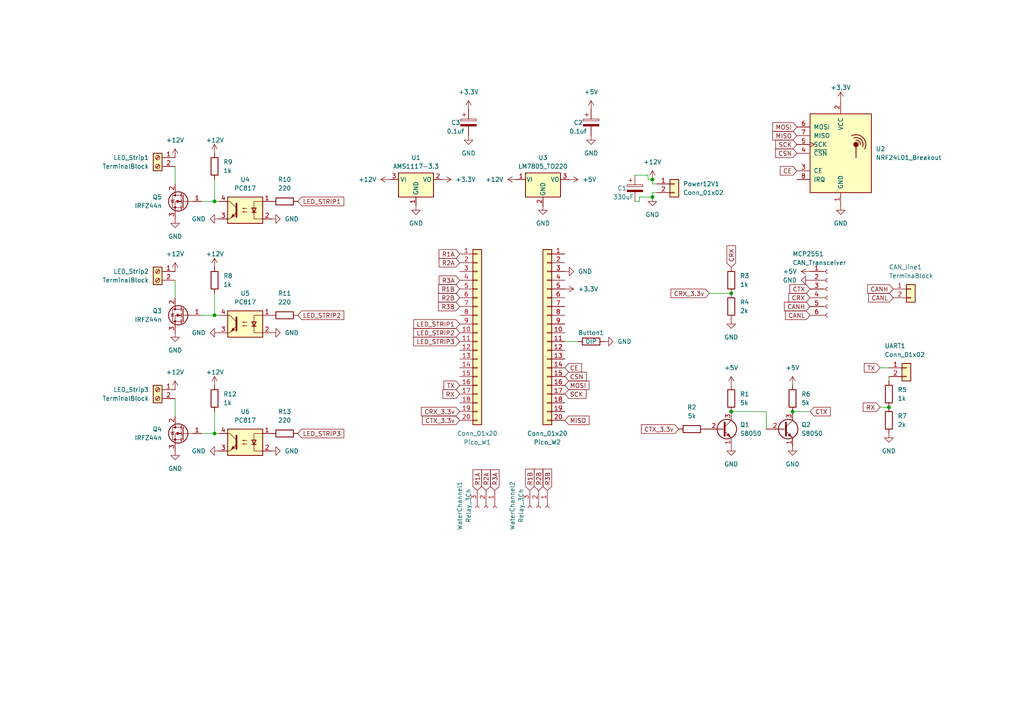
<source format=kicad_sch>
(kicad_sch (version 20230121) (generator eeschema)
  (paper "A4")
  (lib_symbols
    (symbol "Connector:Conn_01x03_Socket" (pin_names (offset 1.016) hide)
      (property "Reference" "J" (at 0 5.08 0))
      (property "Value" "Conn_01x03_Socket" (at 0 -5.08 0))
      (symbol "Conn_01x03_Socket_1_1"
        (arc (start 0 -2.032) (mid -0.5058 -2.54) (end 0 -3.048) (stroke (width 0.1524)))
        (polyline (pts (xy -1.27 -2.54) (xy -0.508 -2.54)) (stroke (width 0.1524)))
        (polyline (pts (xy -1.27 0) (xy -0.508 0)) (stroke (width 0.1524)))
        (polyline (pts (xy -1.27 2.54) (xy -0.508 2.54)) (stroke (width 0.1524)))
        (arc (start 0 0.508) (mid -0.5058 0) (end 0 -0.508) (stroke (width 0.1524)))
        (arc (start 0 3.048) (mid -0.5058 2.54) (end 0 2.032) (stroke (width 0.1524)))
        (pin passive line (at -5.08 2.54 0) (length 3.81) (name "Pin_1") (number "1"))
        (pin passive line (at -5.08 0 0) (length 3.81) (name "Pin_2") (number "2"))
        (pin passive line (at -5.08 -2.54 0) (length 3.81) (name "Pin_3") (number "3"))
      )
    )
    (symbol "Connector:Conn_01x06_Socket" (pin_names (offset 1.016) hide)
      (property "Reference" "J" (at 0 7.62 0))
      (property "Value" "Conn_01x06_Socket" (at 0 -10.16 0))
      (symbol "Conn_01x06_Socket_1_1"
        (arc (start 0 -7.112) (mid -0.5058 -7.62) (end 0 -8.128) (stroke (width 0.1524)))
        (arc (start 0 -4.572) (mid -0.5058 -5.08) (end 0 -5.588) (stroke (width 0.1524)))
        (arc (start 0 -2.032) (mid -0.5058 -2.54) (end 0 -3.048) (stroke (width 0.1524)))
        (polyline (pts (xy -1.27 -7.62) (xy -0.508 -7.62)) (stroke (width 0.1524)))
        (polyline (pts (xy -1.27 -5.08) (xy -0.508 -5.08)) (stroke (width 0.1524)))
        (polyline (pts (xy -1.27 -2.54) (xy -0.508 -2.54)) (stroke (width 0.1524)))
        (polyline (pts (xy -1.27 0) (xy -0.508 0)) (stroke (width 0.1524)))
        (polyline (pts (xy -1.27 2.54) (xy -0.508 2.54)) (stroke (width 0.1524)))
        (polyline (pts (xy -1.27 5.08) (xy -0.508 5.08)) (stroke (width 0.1524)))
        (arc (start 0 0.508) (mid -0.5058 0) (end 0 -0.508) (stroke (width 0.1524)))
        (arc (start 0 3.048) (mid -0.5058 2.54) (end 0 2.032) (stroke (width 0.1524)))
        (arc (start 0 5.588) (mid -0.5058 5.08) (end 0 4.572) (stroke (width 0.1524)))
        (pin passive line (at -5.08 5.08 0) (length 3.81) (name "Pin_1") (number "1"))
        (pin passive line (at -5.08 2.54 0) (length 3.81) (name "Pin_2") (number "2"))
        (pin passive line (at -5.08 0 0) (length 3.81) (name "Pin_3") (number "3"))
        (pin passive line (at -5.08 -2.54 0) (length 3.81) (name "Pin_4") (number "4"))
        (pin passive line (at -5.08 -5.08 0) (length 3.81) (name "Pin_5") (number "5"))
        (pin passive line (at -5.08 -7.62 0) (length 3.81) (name "Pin_6") (number "6"))
      )
    )
    (symbol "Connector:Screw_Terminal_01x02" (pin_names (offset 1.016) hide)
      (property "Reference" "J" (at 0 2.54 0))
      (property "Value" "Screw_Terminal_01x02" (at 0 -5.08 0))
      (symbol "Screw_Terminal_01x02_1_1"
        (rectangle (start -1.27 1.27) (end 1.27 -3.81) (stroke (width 0.254)) (fill (type background)))
        (circle (center 0 -2.54) (radius 0.635) (stroke (width 0.1524)))
        (polyline (pts (xy -0.5334 -2.2098) (xy 0.3302 -3.048)) (stroke (width 0.1524)))
        (polyline (pts (xy -0.5334 0.3302) (xy 0.3302 -0.508)) (stroke (width 0.1524)))
        (polyline (pts (xy -0.3556 -2.032) (xy 0.508 -2.8702)) (stroke (width 0.1524)))
        (polyline (pts (xy -0.3556 0.508) (xy 0.508 -0.3302)) (stroke (width 0.1524)))
        (circle (center 0 0) (radius 0.635) (stroke (width 0.1524)))
        (pin passive line (at -5.08 0 0) (length 3.81) (name "Pin_1") (number "1"))
        (pin passive line (at -5.08 -2.54 0) (length 3.81) (name "Pin_2") (number "2"))
      )
    )
    (symbol "Connector_Generic:Conn_01x02" (pin_names (offset 1.016) hide)
      (property "Reference" "J" (at 0 2.54 0))
      (property "Value" "Conn_01x02" (at 0 -5.08 0))
      (symbol "Conn_01x02_1_1"
        (rectangle (start -1.27 -2.413) (end 0 -2.667) (stroke (width 0.1524)))
        (rectangle (start -1.27 0.127) (end 0 -0.127) (stroke (width 0.1524)))
        (rectangle (start -1.27 1.27) (end 1.27 -3.81) (stroke (width 0.254)) (fill (type background)))
        (pin passive line (at -5.08 0 0) (length 3.81) (name "Pin_1") (number "1"))
        (pin passive line (at -5.08 -2.54 0) (length 3.81) (name "Pin_2") (number "2"))
      )
    )
    (symbol "Connector_Generic:Conn_01x20" (pin_names (offset 1.016) hide)
      (property "Reference" "J" (at 0 25.4 0))
      (property "Value" "Conn_01x20" (at 0 -27.94 0))
      (symbol "Conn_01x20_1_1"
        (rectangle (start -1.27 -25.273) (end 0 -25.527) (stroke (width 0.1524)))
        (rectangle (start -1.27 -22.733) (end 0 -22.987) (stroke (width 0.1524)))
        (rectangle (start -1.27 -20.193) (end 0 -20.447) (stroke (width 0.1524)))
        (rectangle (start -1.27 -17.653) (end 0 -17.907) (stroke (width 0.1524)))
        (rectangle (start -1.27 -15.113) (end 0 -15.367) (stroke (width 0.1524)))
        (rectangle (start -1.27 -12.573) (end 0 -12.827) (stroke (width 0.1524)))
        (rectangle (start -1.27 -10.033) (end 0 -10.287) (stroke (width 0.1524)))
        (rectangle (start -1.27 -7.493) (end 0 -7.747) (stroke (width 0.1524)))
        (rectangle (start -1.27 -4.953) (end 0 -5.207) (stroke (width 0.1524)))
        (rectangle (start -1.27 -2.413) (end 0 -2.667) (stroke (width 0.1524)))
        (rectangle (start -1.27 0.127) (end 0 -0.127) (stroke (width 0.1524)))
        (rectangle (start -1.27 2.667) (end 0 2.413) (stroke (width 0.1524)))
        (rectangle (start -1.27 5.207) (end 0 4.953) (stroke (width 0.1524)))
        (rectangle (start -1.27 7.747) (end 0 7.493) (stroke (width 0.1524)))
        (rectangle (start -1.27 10.287) (end 0 10.033) (stroke (width 0.1524)))
        (rectangle (start -1.27 12.827) (end 0 12.573) (stroke (width 0.1524)))
        (rectangle (start -1.27 15.367) (end 0 15.113) (stroke (width 0.1524)))
        (rectangle (start -1.27 17.907) (end 0 17.653) (stroke (width 0.1524)))
        (rectangle (start -1.27 20.447) (end 0 20.193) (stroke (width 0.1524)))
        (rectangle (start -1.27 22.987) (end 0 22.733) (stroke (width 0.1524)))
        (rectangle (start -1.27 24.13) (end 1.27 -26.67) (stroke (width 0.254)) (fill (type background)))
        (pin passive line (at -5.08 22.86 0) (length 3.81) (name "Pin_1") (number "1"))
        (pin passive line (at -5.08 0 0) (length 3.81) (name "Pin_10") (number "10"))
        (pin passive line (at -5.08 -2.54 0) (length 3.81) (name "Pin_11") (number "11"))
        (pin passive line (at -5.08 -5.08 0) (length 3.81) (name "Pin_12") (number "12"))
        (pin passive line (at -5.08 -7.62 0) (length 3.81) (name "Pin_13") (number "13"))
        (pin passive line (at -5.08 -10.16 0) (length 3.81) (name "Pin_14") (number "14"))
        (pin passive line (at -5.08 -12.7 0) (length 3.81) (name "Pin_15") (number "15"))
        (pin passive line (at -5.08 -15.24 0) (length 3.81) (name "Pin_16") (number "16"))
        (pin passive line (at -5.08 -17.78 0) (length 3.81) (name "Pin_17") (number "17"))
        (pin passive line (at -5.08 -20.32 0) (length 3.81) (name "Pin_18") (number "18"))
        (pin passive line (at -5.08 -22.86 0) (length 3.81) (name "Pin_19") (number "19"))
        (pin passive line (at -5.08 20.32 0) (length 3.81) (name "Pin_2") (number "2"))
        (pin passive line (at -5.08 -25.4 0) (length 3.81) (name "Pin_20") (number "20"))
        (pin passive line (at -5.08 17.78 0) (length 3.81) (name "Pin_3") (number "3"))
        (pin passive line (at -5.08 15.24 0) (length 3.81) (name "Pin_4") (number "4"))
        (pin passive line (at -5.08 12.7 0) (length 3.81) (name "Pin_5") (number "5"))
        (pin passive line (at -5.08 10.16 0) (length 3.81) (name "Pin_6") (number "6"))
        (pin passive line (at -5.08 7.62 0) (length 3.81) (name "Pin_7") (number "7"))
        (pin passive line (at -5.08 5.08 0) (length 3.81) (name "Pin_8") (number "8"))
        (pin passive line (at -5.08 2.54 0) (length 3.81) (name "Pin_9") (number "9"))
      )
    )
    (symbol "Device:C_Polarized" (pin_numbers hide) (pin_names (offset 0.254))
      (property "Reference" "C" (at 0.635 2.54 0))
      (property "Value" "C_Polarized" (at 0.635 -2.54 0))
      (symbol "C_Polarized_0_1"
        (rectangle (start -2.286 0.508) (end 2.286 1.016))
        (polyline (pts (xy -1.778 2.286) (xy -0.762 2.286)))
        (polyline (pts (xy -1.27 2.794) (xy -1.27 1.778)))
        (rectangle (start 2.286 -0.508) (end -2.286 -1.016) (fill (type outline)))
      )
      (symbol "C_Polarized_1_1"
        (pin passive line (at 0 3.81 270) (length 2.794) (name "~") (number "1"))
        (pin passive line (at 0 -3.81 90) (length 2.794) (name "~") (number "2"))
      )
    )
    (symbol "Device:R" (pin_numbers hide) (pin_names (offset 0))
      (property "Reference" "R" (at 2.032 0 90))
      (property "Value" "R" (at 0 0 90))
      (symbol "R_0_1"
        (rectangle (start -1.016 -2.54) (end 1.016 2.54) (stroke (width 0.254)))
      )
      (symbol "R_1_1"
        (pin passive line (at 0 3.81 270) (length 1.27) (name "~") (number "1"))
        (pin passive line (at 0 -3.81 90) (length 1.27) (name "~") (number "2"))
      )
    )
    (symbol "Isolator:PC817" (pin_names (offset 1.016))
      (property "Reference" "U" (at -5.08 5.08 0))
      (property "Value" "PC817" (at 0 5.08 0))
      (symbol "PC817_0_1"
        (rectangle (start -5.08 3.81) (end 5.08 -3.81) (stroke (width 0.254)) (fill (type background)))
        (polyline (pts (xy -3.175 -0.635) (xy -1.905 -0.635)) (stroke (width 0.254)))
        (polyline (pts (xy 2.54 0.635) (xy 4.445 2.54)))
        (polyline (pts (xy 4.445 -2.54) (xy 2.54 -0.635)) (fill (type outline)))
        (polyline (pts (xy 4.445 -2.54) (xy 5.08 -2.54)))
        (polyline (pts (xy 4.445 2.54) (xy 5.08 2.54)))
        (polyline (pts (xy -5.08 2.54) (xy -2.54 2.54) (xy -2.54 -0.635)))
        (polyline (pts (xy -2.54 -0.635) (xy -2.54 -2.54) (xy -5.08 -2.54)))
        (polyline (pts (xy 2.54 1.905) (xy 2.54 -1.905) (xy 2.54 -1.905)) (stroke (width 0.508)))
        (polyline (pts (xy -2.54 -0.635) (xy -3.175 0.635) (xy -1.905 0.635) (xy -2.54 -0.635)) (stroke (width 0.254)))
        (polyline (pts (xy -0.508 -0.508) (xy 0.762 -0.508) (xy 0.381 -0.635) (xy 0.381 -0.381) (xy 0.762 -0.508)))
        (polyline (pts (xy -0.508 0.508) (xy 0.762 0.508) (xy 0.381 0.381) (xy 0.381 0.635) (xy 0.762 0.508)))
        (polyline (pts (xy 3.048 -1.651) (xy 3.556 -1.143) (xy 4.064 -2.159) (xy 3.048 -1.651) (xy 3.048 -1.651)) (fill (type outline)))
      )
      (symbol "PC817_1_1"
        (pin passive line (at -7.62 2.54 0) (length 2.54) (name "~") (number "1"))
        (pin passive line (at -7.62 -2.54 0) (length 2.54) (name "~") (number "2"))
        (pin passive line (at 7.62 -2.54 180) (length 2.54) (name "~") (number "3"))
        (pin passive line (at 7.62 2.54 180) (length 2.54) (name "~") (number "4"))
      )
    )
    (symbol "RF:NRF24L01_Breakout" (pin_names (offset 1.016))
      (property "Reference" "U" (at -8.89 12.7 0))
      (property "Value" "NRF24L01_Breakout" (at 3.81 12.7 0))
      (symbol "NRF24L01_Breakout_0_1"
        (rectangle (start -8.89 11.43) (end 8.89 -11.43) (stroke (width 0.254)) (fill (type background)))
        (polyline (pts (xy 4.445 1.905) (xy 4.445 -1.27)) (stroke (width 0.254)))
        (circle (center 4.445 2.54) (radius 0.635) (stroke (width 0.254)) (fill (type outline)))
        (arc (start 5.715 2.54) (mid 5.3521 3.4546) (end 4.445 3.81) (stroke (width 0.254)))
        (arc (start 6.35 1.905) (mid 5.8763 3.9854) (end 3.81 4.445) (stroke (width 0.254)))
        (arc (start 6.985 1.27) (mid 6.453 4.548) (end 3.175 5.08) (stroke (width 0.254)))
      )
      (symbol "NRF24L01_Breakout_1_1"
        (pin power_in line (at 0 -15.24 90) (length 3.81) (name "GND") (number "1"))
        (pin power_in line (at 0 15.24 270) (length 3.81) (name "VCC") (number "2"))
        (pin input line (at -12.7 -5.08 0) (length 3.81) (name "CE") (number "3"))
        (pin input line (at -12.7 0 0) (length 3.81) (name "~{CSN}") (number "4"))
        (pin input clock (at -12.7 2.54 0) (length 3.81) (name "SCK") (number "5"))
        (pin input line (at -12.7 7.62 0) (length 3.81) (name "MOSI") (number "6"))
        (pin output line (at -12.7 5.08 0) (length 3.81) (name "MISO") (number "7"))
        (pin output line (at -12.7 -7.62 0) (length 3.81) (name "IRQ") (number "8"))
      )
    )
    (symbol "Regulator_Linear:AMS1117-3.3"
      (property "Reference" "U" (at -3.81 3.175 0))
      (property "Value" "AMS1117-3.3" (at 0 3.175 0))
      (symbol "AMS1117-3.3_0_1"
        (rectangle (start -5.08 -5.08) (end 5.08 1.905) (stroke (width 0.254)) (fill (type background)))
      )
      (symbol "AMS1117-3.3_1_1"
        (pin power_in line (at 0 -7.62 90) (length 2.54) (name "GND") (number "1"))
        (pin power_out line (at 7.62 0 180) (length 2.54) (name "VO") (number "2"))
        (pin power_in line (at -7.62 0 0) (length 2.54) (name "VI") (number "3"))
      )
    )
    (symbol "Regulator_Linear:LM7805_TO220" (pin_names (offset 0.254))
      (property "Reference" "U" (at -3.81 3.175 0))
      (property "Value" "LM7805_TO220" (at 0 3.175 0))
      (symbol "LM7805_TO220_0_1"
        (rectangle (start -5.08 1.905) (end 5.08 -5.08) (stroke (width 0.254)) (fill (type background)))
      )
      (symbol "LM7805_TO220_1_1"
        (pin power_in line (at -7.62 0 0) (length 2.54) (name "VI") (number "1"))
        (pin power_in line (at 0 -7.62 90) (length 2.54) (name "GND") (number "2"))
        (pin power_out line (at 7.62 0 180) (length 2.54) (name "VO") (number "3"))
      )
    )
    (symbol "Transistor_BJT:S8050" (pin_names (offset 0) hide)
      (property "Reference" "Q" (at 5.08 1.905 0))
      (property "Value" "S8050" (at 5.08 0 0))
      (symbol "S8050_0_1"
        (polyline (pts (xy 0 0) (xy 0.635 0)))
        (polyline (pts (xy 0.635 0.635) (xy 2.54 2.54)))
        (polyline (pts (xy 0.635 -0.635) (xy 2.54 -2.54) (xy 2.54 -2.54)))
        (polyline (pts (xy 0.635 1.905) (xy 0.635 -1.905) (xy 0.635 -1.905)) (stroke (width 0.508)))
        (polyline (pts (xy 1.27 -1.778) (xy 1.778 -1.27) (xy 2.286 -2.286) (xy 1.27 -1.778) (xy 1.27 -1.778)) (fill (type outline)))
        (circle (center 1.27 0) (radius 2.8194) (stroke (width 0.254)))
      )
      (symbol "S8050_1_1"
        (pin passive line (at 2.54 -5.08 90) (length 2.54) (name "E") (number "1"))
        (pin input line (at -5.08 0 0) (length 5.08) (name "B") (number "2"))
        (pin passive line (at 2.54 5.08 270) (length 2.54) (name "C") (number "3"))
      )
    )
    (symbol "Transistor_FET:IRF540N" (pin_names hide)
      (property "Reference" "Q" (at 6.35 1.905 0))
      (property "Value" "IRF540N" (at 6.35 0 0))
      (symbol "IRF540N_0_1"
        (polyline (pts (xy 0.254 0) (xy -2.54 0)))
        (polyline (pts (xy 0.254 1.905) (xy 0.254 -1.905)) (stroke (width 0.254)))
        (polyline (pts (xy 0.762 -1.27) (xy 0.762 -2.286)) (stroke (width 0.254)))
        (polyline (pts (xy 0.762 0.508) (xy 0.762 -0.508)) (stroke (width 0.254)))
        (polyline (pts (xy 0.762 2.286) (xy 0.762 1.27)) (stroke (width 0.254)))
        (polyline (pts (xy 2.54 2.54) (xy 2.54 1.778)))
        (polyline (pts (xy 2.54 -2.54) (xy 2.54 0) (xy 0.762 0)))
        (polyline (pts (xy 0.762 -1.778) (xy 3.302 -1.778) (xy 3.302 1.778) (xy 0.762 1.778)))
        (polyline (pts (xy 1.016 0) (xy 2.032 0.381) (xy 2.032 -0.381) (xy 1.016 0)) (fill (type outline)))
        (polyline (pts (xy 2.794 0.508) (xy 2.921 0.381) (xy 3.683 0.381) (xy 3.81 0.254)))
        (polyline (pts (xy 3.302 0.381) (xy 2.921 -0.254) (xy 3.683 -0.254) (xy 3.302 0.381)))
        (circle (center 1.651 0) (radius 2.794) (stroke (width 0.254)))
        (circle (center 2.54 -1.778) (radius 0.254) (fill (type outline)))
        (circle (center 2.54 1.778) (radius 0.254) (fill (type outline)))
      )
      (symbol "IRF540N_1_1"
        (pin input line (at -5.08 0 0) (length 2.54) (name "G") (number "1"))
        (pin passive line (at 2.54 5.08 270) (length 2.54) (name "D") (number "2"))
        (pin passive line (at 2.54 -5.08 90) (length 2.54) (name "S") (number "3"))
      )
    )
    (symbol "power:+12V" (power) (pin_names (offset 0))
      (property "Value" "+12V" (at 0 3.556 0))
      (symbol "+12V_0_1"
        (polyline (pts (xy -0.762 1.27) (xy 0 2.54)))
        (polyline (pts (xy 0 0) (xy 0 2.54)))
        (polyline (pts (xy 0 2.54) (xy 0.762 1.27)))
      )
      (symbol "+12V_1_1"
        (pin power_in line (at 0 0 90) (length 0) hide (name "+12V") (number "1"))
      )
    )
    (symbol "power:+3.3V" (power) (pin_names (offset 0))
      (property "Value" "+3.3V" (at 0 3.556 0))
      (symbol "+3.3V_0_1"
        (polyline (pts (xy -0.762 1.27) (xy 0 2.54)))
        (polyline (pts (xy 0 0) (xy 0 2.54)))
        (polyline (pts (xy 0 2.54) (xy 0.762 1.27)))
      )
      (symbol "+3.3V_1_1"
        (pin power_in line (at 0 0 90) (length 0) hide (name "+3.3V") (number "1"))
      )
    )
    (symbol "power:+5V" (power) (pin_names (offset 0))
      (property "Value" "+5V" (at 0 3.556 0))
      (symbol "+5V_0_1"
        (polyline (pts (xy -0.762 1.27) (xy 0 2.54)))
        (polyline (pts (xy 0 0) (xy 0 2.54)))
        (polyline (pts (xy 0 2.54) (xy 0.762 1.27)))
      )
      (symbol "+5V_1_1"
        (pin power_in line (at 0 0 90) (length 0) hide (name "+5V") (number "1"))
      )
    )
    (symbol "power:GND" (power) (pin_names (offset 0))
      (property "Value" "GND" (at 0 -3.81 0))
      (symbol "GND_0_1"
        (polyline (pts (xy 0 0) (xy 0 -1.27) (xy 1.27 -1.27) (xy 0 -2.54) (xy -1.27 -1.27) (xy 0 -1.27)))
      )
      (symbol "GND_1_1"
        (pin power_in line (at 0 0 270) (length 0) hide (name "GND") (number "1"))
      )
    )
  )
  (junction (at 62.23 58.42))
  (junction (at 212.09 119.38))
  (junction (at 229.87 119.38))
  (junction (at 212.09 85.09))
  (junction (at 189.23 52.07))
  (junction (at 257.81 118.11))
  (junction (at 62.23 91.44))
  (junction (at 62.23 125.73))
  (junction (at 189.23 57.15))
  (wire (pts (xy 212.09 119.38) (xy 222.25 119.38)))
  (wire (pts (xy 189.23 57.15) (xy 189.23 55.88)))
  (wire (pts (xy 62.23 91.44) (xy 63.5 91.44)))
  (wire (pts (xy 50.8 115.57) (xy 50.8 120.65)))
  (wire (pts (xy 187.96 50.8) (xy 187.96 52.07)))
  (wire (pts (xy 58.42 58.42) (xy 62.23 58.42)))
  (wire (pts (xy 222.25 119.38) (xy 222.25 124.46)))
  (wire (pts (xy 184.15 58.42) (xy 185.42 58.42)))
  (wire (pts (xy 184.15 50.8) (xy 187.96 50.8)))
  (wire (pts (xy 187.96 52.07) (xy 189.23 52.07)))
  (wire (pts (xy 189.23 53.34) (xy 190.5 53.34)))
  (wire (pts (xy 62.23 85.09) (xy 62.23 91.44)))
  (wire (pts (xy 255.27 118.11) (xy 257.81 118.11)))
  (wire (pts (xy 189.23 52.07) (xy 189.23 53.34)))
  (wire (pts (xy 185.42 58.42) (xy 185.42 57.15)))
  (wire (pts (xy 163.83 99.06) (xy 167.64 99.06)))
  (wire (pts (xy 185.42 57.15) (xy 189.23 57.15)))
  (wire (pts (xy 257.81 110.49) (xy 257.81 109.22)))
  (wire (pts (xy 62.23 58.42) (xy 63.5 58.42)))
  (wire (pts (xy 255.27 106.68) (xy 257.81 106.68)))
  (wire (pts (xy 62.23 125.73) (xy 63.5 125.73)))
  (wire (pts (xy 205.74 85.09) (xy 212.09 85.09)))
  (wire (pts (xy 62.23 52.07) (xy 62.23 58.42)))
  (wire (pts (xy 62.23 119.38) (xy 62.23 125.73)))
  (wire (pts (xy 234.95 119.38) (xy 229.87 119.38)))
  (wire (pts (xy 58.42 91.44) (xy 62.23 91.44)))
  (wire (pts (xy 50.8 81.28) (xy 50.8 86.36)))
  (wire (pts (xy 50.8 48.26) (xy 50.8 53.34)))
  (wire (pts (xy 58.42 125.73) (xy 62.23 125.73)))
  (wire (pts (xy 189.23 55.88) (xy 190.5 55.88)))
  (global_label "R2A" (shape input) (at 133.35 76.2 180) (property "Intersheetrefs" "${INTERSHEET_REFS}" (effects hide)))
  (global_label "LED_STRIP1" (shape input) (at 86.36 58.42 0) (property "Intersheetrefs" "${INTERSHEET_REFS}" (effects hide)))
  (global_label "CTX" (shape input) (at 234.95 119.38 0) (property "Intersheetrefs" "${INTERSHEET_REFS}" (effects hide)))
  (global_label "R3A" (shape input) (at 143.51 142.24 90) (property "Intersheetrefs" "${INTERSHEET_REFS}" (effects hide)))
  (global_label "R3B" (shape input) (at 158.75 142.24 90) (property "Intersheetrefs" "${INTERSHEET_REFS}" (effects hide)))
  (global_label "R1A" (shape input) (at 138.43 142.24 90) (property "Intersheetrefs" "${INTERSHEET_REFS}" (effects hide)))
  (global_label "R1B" (shape input) (at 153.67 142.24 90) (property "Intersheetrefs" "${INTERSHEET_REFS}" (effects hide)))
  (global_label "R1B" (shape input) (at 133.35 83.82 180) (property "Intersheetrefs" "${INTERSHEET_REFS}" (effects hide)))
  (global_label "TX" (shape input) (at 255.27 106.68 180) (property "Intersheetrefs" "${INTERSHEET_REFS}" (effects hide)))
  (global_label "CE" (shape input) (at 231.14 49.53 180) (property "Intersheetrefs" "${INTERSHEET_REFS}" (effects hide)))
  (global_label "RX" (shape input) (at 255.27 118.11 180) (property "Intersheetrefs" "${INTERSHEET_REFS}" (effects hide)))
  (global_label "CANH" (shape input) (at 259.08 83.82 180) (property "Intersheetrefs" "${INTERSHEET_REFS}" (effects hide)))
  (global_label "CRX_3.3v" (shape input) (at 133.35 119.38 180) (property "Intersheetrefs" "${INTERSHEET_REFS}" (effects hide)))
  (global_label "LED_STRIP1" (shape input) (at 133.35 93.98 180) (property "Intersheetrefs" "${INTERSHEET_REFS}" (effects hide)))
  (global_label "R2A" (shape input) (at 140.97 142.24 90) (property "Intersheetrefs" "${INTERSHEET_REFS}" (effects hide)))
  (global_label "CSN" (shape input) (at 231.14 44.45 180) (property "Intersheetrefs" "${INTERSHEET_REFS}" (effects hide)))
  (global_label "CTX_3.3v" (shape input) (at 196.85 124.46 180) (property "Intersheetrefs" "${INTERSHEET_REFS}" (effects hide)))
  (global_label "CRX_3.3v" (shape input) (at 205.74 85.09 180) (property "Intersheetrefs" "${INTERSHEET_REFS}" (effects hide)))
  (global_label "LED_STRIP2" (shape input) (at 86.36 91.44 0) (property "Intersheetrefs" "${INTERSHEET_REFS}" (effects hide)))
  (global_label "R3A" (shape input) (at 133.35 81.28 180) (property "Intersheetrefs" "${INTERSHEET_REFS}" (effects hide)))
  (global_label "R1A" (shape input) (at 133.35 73.66 180) (property "Intersheetrefs" "${INTERSHEET_REFS}" (effects hide)))
  (global_label "TX" (shape input) (at 133.35 111.76 180) (property "Intersheetrefs" "${INTERSHEET_REFS}" (effects hide)))
  (global_label "CE" (shape input) (at 163.83 106.68 0) (property "Intersheetrefs" "${INTERSHEET_REFS}" (effects hide)))
  (global_label "CRX" (shape input) (at 234.95 86.36 180) (property "Intersheetrefs" "${INTERSHEET_REFS}" (effects hide)))
  (global_label "CANL" (shape input) (at 234.95 91.44 180) (property "Intersheetrefs" "${INTERSHEET_REFS}" (effects hide)))
  (global_label "CRX" (shape input) (at 212.09 77.47 90) (property "Intersheetrefs" "${INTERSHEET_REFS}" (effects hide)))
  (global_label "R2B" (shape input) (at 156.21 142.24 90) (property "Intersheetrefs" "${INTERSHEET_REFS}" (effects hide)))
  (global_label "CTX" (shape input) (at 234.95 83.82 180) (property "Intersheetrefs" "${INTERSHEET_REFS}" (effects hide)))
  (global_label "CTX_3.3v" (shape input) (at 133.35 121.92 180) (property "Intersheetrefs" "${INTERSHEET_REFS}" (effects hide)))
  (global_label "MISO" (shape input) (at 231.14 39.37 180) (property "Intersheetrefs" "${INTERSHEET_REFS}" (effects hide)))
  (global_label "RX" (shape input) (at 133.35 114.3 180) (property "Intersheetrefs" "${INTERSHEET_REFS}" (effects hide)))
  (global_label "CANH" (shape input) (at 234.95 88.9 180) (property "Intersheetrefs" "${INTERSHEET_REFS}" (effects hide)))
  (global_label "R3B" (shape input) (at 133.35 88.9 180) (property "Intersheetrefs" "${INTERSHEET_REFS}" (effects hide)))
  (global_label "LED_STRIP2" (shape input) (at 133.35 96.52 180) (property "Intersheetrefs" "${INTERSHEET_REFS}" (effects hide)))
  (global_label "MOSI" (shape input) (at 231.14 36.83 180) (property "Intersheetrefs" "${INTERSHEET_REFS}" (effects hide)))
  (global_label "LED_STRIP3" (shape input) (at 133.35 99.06 180) (property "Intersheetrefs" "${INTERSHEET_REFS}" (effects hide)))
  (global_label "CSN" (shape input) (at 163.83 109.22 0) (property "Intersheetrefs" "${INTERSHEET_REFS}" (effects hide)))
  (global_label "SCK" (shape input) (at 163.83 114.3 0) (property "Intersheetrefs" "${INTERSHEET_REFS}" (effects hide)))
  (global_label "MISO" (shape input) (at 163.83 121.92 0) (property "Intersheetrefs" "${INTERSHEET_REFS}" (effects hide)))
  (global_label "CANL" (shape input) (at 259.08 86.36 180) (property "Intersheetrefs" "${INTERSHEET_REFS}" (effects hide)))
  (global_label "MOSI" (shape input) (at 163.83 111.76 0) (property "Intersheetrefs" "${INTERSHEET_REFS}" (effects hide)))
  (global_label "R2B" (shape input) (at 133.35 86.36 180) (property "Intersheetrefs" "${INTERSHEET_REFS}" (effects hide)))
  (global_label "SCK" (shape input) (at 231.14 41.91 180) (property "Intersheetrefs" "${INTERSHEET_REFS}" (effects hide)))
  (global_label "LED_STRIP3" (shape input) (at 86.36 125.73 0) (property "Intersheetrefs" "${INTERSHEET_REFS}" (effects hide)))
  (symbol (lib_id "Connector:Conn_01x06_Socket") (at 240.03 83.82 0) (unit 1)
    (property "Reference" "MCP2551" (at 229.87 73.66 0) (effects (justify left)))
    (property "Value" "CAN_Transceiver" (at 229.87 76.2 0) (effects (justify left)))
    (property "Footprint" "Connector_PinSocket_2.54mm:PinSocket_1x06_P2.54mm_Vertical" (effects hide))
  )
  (symbol (lib_id "Device:C_Polarized") (at 171.45 35.56 0) (unit 1)
    (property "Reference" "C2" (at 166.37 35.56 0) (effects (justify left)))
    (property "Value" "0.1uf" (at 165.1 38.1 0) (effects (justify left)))
    (property "Footprint" "Capacitor_THT:CP_Radial_D4.0mm_P2.00mm" (effects hide))
  )
  (symbol (lib_id "power:GND") (at 234.95 81.28 270) (unit 1)
    (property "Reference" "#PWR013" (effects hide))
    (property "Value" "GND" (at 231.14 81.28 90) (effects (justify right)))
  )
  (symbol (lib_id "Regulator_Linear:LM7805_TO220") (at 157.48 52.07 0) (unit 1)
    (property "Reference" "U3" (at 157.48 45.72 0))
    (property "Value" "LM7805_TO220" (at 157.48 48.26 0))
    (property "Footprint" "Package_TO_SOT_THT:TO-220-3_Vertical" (effects hide))
    (property "Datasheet" "https://www.onsemi.cn/PowerSolutions/document/MC7800-D.PDF" (effects hide))
  )
  (symbol (lib_id "power:GND") (at 78.74 63.5 90) (mirror x) (unit 1)
    (property "Reference" "#PWR031" (effects hide))
    (property "Value" "GND" (at 82.55 63.5 90) (effects (justify right)))
  )
  (symbol (lib_id "power:+3.3V") (at 243.84 29.21 0) (mirror y) (unit 1)
    (property "Reference" "#PWR019" (effects hide))
    (property "Value" "+3.3V" (at 243.84 25.4 0))
  )
  (symbol (lib_id "power:GND") (at 163.83 78.74 90) (unit 1)
    (property "Reference" "#PWR08" (effects hide))
    (property "Value" "GND" (at 167.64 78.74 90) (effects (justify right)))
  )
  (symbol (lib_id "Device:R") (at 212.09 81.28 0) (unit 1)
    (property "Reference" "R3" (at 214.63 80.01 0) (effects (justify left)))
    (property "Value" "1k" (at 214.63 82.55 0) (effects (justify left)))
    (property "Footprint" "Resistor_THT:R_Axial_DIN0207_L6.3mm_D2.5mm_P7.62mm_Horizontal" (effects hide))
  )
  (symbol (lib_id "power:+12V") (at 149.86 52.07 90) (unit 1)
    (property "Reference" "#PWR09" (effects hide))
    (property "Value" "+12V" (at 146.05 52.07 90) (effects (justify left)))
  )
  (symbol (lib_id "Device:R") (at 82.55 125.73 90) (unit 1)
    (property "Reference" "R13" (at 82.55 119.38 90))
    (property "Value" "220" (at 82.55 121.92 90))
    (property "Footprint" "Resistor_THT:R_Axial_DIN0207_L6.3mm_D2.5mm_P7.62mm_Horizontal" (effects hide))
  )
  (symbol (lib_id "Isolator:PC817") (at 71.12 60.96 0) (mirror y) (unit 1)
    (property "Reference" "U4" (at 71.12 52.07 0))
    (property "Value" "PC817" (at 71.12 54.61 0))
    (property "Footprint" "Package_DIP:DIP-4_W7.62mm" (effects hide))
    (property "Datasheet" "http://www.soselectronic.cz/a_info/resource/d/pc817.pdf" (effects hide))
  )
  (symbol (lib_id "power:GND") (at 63.5 96.52 270) (mirror x) (unit 1)
    (property "Reference" "#PWR027" (effects hide))
    (property "Value" "GND" (at 59.69 96.52 90) (effects (justify right)))
  )
  (symbol (lib_id "Isolator:PC817") (at 71.12 93.98 0) (mirror y) (unit 1)
    (property "Reference" "U5" (at 71.12 85.09 0))
    (property "Value" "PC817" (at 71.12 87.63 0))
    (property "Footprint" "Package_DIP:DIP-4_W7.62mm" (effects hide))
    (property "Datasheet" "http://www.soselectronic.cz/a_info/resource/d/pc817.pdf" (effects hide))
  )
  (symbol (lib_id "power:GND") (at 212.09 92.71 0) (unit 1)
    (property "Reference" "#PWR016" (effects hide))
    (property "Value" "GND" (at 212.09 97.79 0))
  )
  (symbol (lib_id "power:+5V") (at 229.87 111.76 0) (unit 1)
    (property "Reference" "#PWR017" (effects hide))
    (property "Value" "+5V" (at 229.87 106.68 0))
  )
  (symbol (lib_id "Device:R") (at 200.66 124.46 90) (unit 1)
    (property "Reference" "R2" (at 200.66 118.11 90))
    (property "Value" "5k" (at 200.66 120.65 90))
    (property "Footprint" "Resistor_THT:R_Axial_DIN0207_L6.3mm_D2.5mm_P7.62mm_Horizontal" (effects hide))
  )
  (symbol (lib_id "RF:NRF24L01_Breakout") (at 243.84 44.45 0) (unit 1)
    (property "Reference" "U2" (at 254 43.18 0) (effects (justify left)))
    (property "Value" "NRF24L01_Breakout" (at 254 45.72 0) (effects (justify left)))
    (property "Footprint" "RF_Module:nRF24L01_Breakout" (effects hide))
    (property "Datasheet" "http://www.nordicsemi.com/eng/content/download/2730/34105/file/nRF24L01_Product_Specification_v2_0.pdf" (effects hide))
  )
  (symbol (lib_id "Device:R") (at 62.23 48.26 0) (unit 1)
    (property "Reference" "R9" (at 64.77 46.9899 0) (effects (justify left)))
    (property "Value" "1k" (at 64.77 49.5299 0) (effects (justify left)))
    (property "Footprint" "Resistor_THT:R_Axial_DIN0207_L6.3mm_D2.5mm_P7.62mm_Horizontal" (effects hide))
  )
  (symbol (lib_id "power:GND") (at 135.89 39.37 0) (unit 1)
    (property "Reference" "#PWR040" (effects hide))
    (property "Value" "GND" (at 135.89 44.45 0))
  )
  (symbol (lib_id "power:+3.3V") (at 128.27 52.07 270) (unit 1)
    (property "Reference" "#PWR03" (effects hide))
    (property "Value" "+3.3V" (at 132.08 52.07 90) (effects (justify left)))
  )
  (symbol (lib_id "Connector_Generic:Conn_01x02") (at 264.16 83.82 0) (unit 1)
    (property "Reference" "CAN_line1" (at 257.81 77.47 0) (effects (justify left)))
    (property "Value" "TerminaBlock" (at 257.81 80.01 0) (effects (justify left)))
    (property "Footprint" "TerminalBlock:TerminalBlock_bornier-2_P5.08mm" (effects hide))
  )
  (symbol (lib_id "Device:R") (at 82.55 58.42 90) (unit 1)
    (property "Reference" "R10" (at 82.55 52.07 90))
    (property "Value" "220" (at 82.55 54.61 90))
    (property "Footprint" "Resistor_THT:R_Axial_DIN0207_L6.3mm_D2.5mm_P7.62mm_Horizontal" (effects hide))
  )
  (symbol (lib_id "power:GND") (at 50.8 96.52 0) (mirror y) (unit 1)
    (property "Reference" "#PWR023" (effects hide))
    (property "Value" "GND" (at 50.8 101.6 0))
  )
  (symbol (lib_id "power:+12V") (at 113.03 52.07 90) (unit 1)
    (property "Reference" "#PWR01" (effects hide))
    (property "Value" "+12V" (at 109.22 52.07 90) (effects (justify left)))
  )
  (symbol (lib_id "power:+12V") (at 50.8 78.74 0) (mirror y) (unit 1)
    (property "Reference" "#PWR022" (effects hide))
    (property "Value" "+12V" (at 50.8 73.66 0))
  )
  (symbol (lib_id "power:GND") (at 78.74 130.81 90) (mirror x) (unit 1)
    (property "Reference" "#PWR035" (effects hide))
    (property "Value" "GND" (at 82.55 130.81 90) (effects (justify right)))
  )
  (symbol (lib_id "power:GND") (at 50.8 130.81 0) (mirror y) (unit 1)
    (property "Reference" "#PWR033" (effects hide))
    (property "Value" "GND" (at 50.8 135.89 0))
  )
  (symbol (lib_id "power:GND") (at 63.5 130.81 270) (mirror x) (unit 1)
    (property "Reference" "#PWR034" (effects hide))
    (property "Value" "GND" (at 59.69 130.81 90) (effects (justify right)))
  )
  (symbol (lib_id "power:+3.3V") (at 135.89 31.75 0) (unit 1)
    (property "Reference" "#PWR039" (effects hide))
    (property "Value" "+3.3V" (at 135.89 26.67 0))
  )
  (symbol (lib_id "Device:R") (at 212.09 115.57 0) (unit 1)
    (property "Reference" "R1" (at 214.63 114.3 0) (effects (justify left)))
    (property "Value" "5k" (at 214.63 116.84 0) (effects (justify left)))
    (property "Footprint" "Resistor_THT:R_Axial_DIN0207_L6.3mm_D2.5mm_P7.62mm_Horizontal" (effects hide))
  )
  (symbol (lib_id "power:GND") (at 120.65 59.69 0) (unit 1)
    (property "Reference" "#PWR02" (effects hide))
    (property "Value" "GND" (at 120.65 64.77 0))
  )
  (symbol (lib_id "power:GND") (at 171.45 39.37 0) (unit 1)
    (property "Reference" "#PWR038" (effects hide))
    (property "Value" "GND" (at 171.45 44.45 0))
  )
  (symbol (lib_id "Connector_Generic:Conn_01x20") (at 158.75 96.52 0) (mirror y) (unit 1)
    (property "Reference" "Pico_W2" (at 158.75 128.27 0))
    (property "Value" "Conn_01x20" (at 158.75 125.73 0))
    (property "Footprint" "Connector_PinSocket_2.54mm:PinSocket_1x20_P2.54mm_Vertical" (effects hide))
  )
  (symbol (lib_id "Device:C_Polarized") (at 184.15 54.61 0) (unit 1)
    (property "Reference" "C1" (at 179.07 54.61 0) (effects (justify left)))
    (property "Value" "330uF" (at 177.8 57.15 0) (effects (justify left)))
    (property "Footprint" "Capacitor_THT:CP_Radial_D8.0mm_P3.80mm" (effects hide))
  )
  (symbol (lib_id "Connector:Conn_01x03_Socket") (at 156.21 147.32 270) (unit 1)
    (property "Reference" "WaterChannel2" (at 148.59 146.685 0))
    (property "Value" "Relay_3Ch" (at 151.13 146.685 0))
    (property "Footprint" "Connector_JST:JST_EH_B3B-EH-A_1x03_P2.50mm_Vertical" (effects hide))
  )
  (symbol (lib_id "power:+12V") (at 50.8 113.03 0) (mirror y) (unit 1)
    (property "Reference" "#PWR032" (effects hide))
    (property "Value" "+12V" (at 50.8 107.95 0))
  )
  (symbol (lib_id "power:GND") (at 229.87 129.54 0) (unit 1)
    (property "Reference" "#PWR018" (effects hide))
    (property "Value" "GND" (at 229.87 134.62 0))
  )
  (symbol (lib_id "power:+12V") (at 62.23 44.45 0) (mirror y) (unit 1)
    (property "Reference" "#PWR029" (effects hide))
    (property "Value" "+12V" (at 59.69 40.64 0) (effects (justify right)))
  )
  (symbol (lib_id "Device:R") (at 257.81 114.3 0) (unit 1)
    (property "Reference" "R5" (at 260.35 113.03 0) (effects (justify left)))
    (property "Value" "1k" (at 260.35 115.57 0) (effects (justify left)))
    (property "Footprint" "Resistor_THT:R_Axial_DIN0207_L6.3mm_D2.5mm_P7.62mm_Horizontal" (effects hide))
  )
  (symbol (lib_id "power:+3.3V") (at 163.83 83.82 270) (unit 1)
    (property "Reference" "#PWR07" (effects hide))
    (property "Value" "+3.3V" (at 167.64 83.82 90) (effects (justify left)))
  )
  (symbol (lib_id "power:GND") (at 78.74 96.52 90) (mirror x) (unit 1)
    (property "Reference" "#PWR028" (effects hide))
    (property "Value" "GND" (at 82.55 96.52 90) (effects (justify right)))
  )
  (symbol (lib_id "Connector_Generic:Conn_01x02") (at 195.58 53.34 0) (unit 1)
    (property "Reference" "Power12V1" (at 198.12 53.34 0) (effects (justify left)))
    (property "Value" "Conn_01x02" (at 198.12 55.88 0) (effects (justify left)))
    (property "Footprint" "Connector_JST:JST_EH_B2B-EH-A_1x02_P2.50mm_Vertical" (effects hide))
  )
  (symbol (lib_id "power:GND") (at 189.23 57.15 0) (unit 1)
    (property "Reference" "#PWR05" (effects hide))
    (property "Value" "GND" (at 189.23 62.23 0))
  )
  (symbol (lib_id "Transistor_FET:IRF540N") (at 53.34 125.73 0) (mirror y) (unit 1)
    (property "Reference" "Q4" (at 46.99 124.4599 0) (effects (justify left)))
    (property "Value" "IRFZ44n" (at 46.99 126.9999 0) (effects (justify left)))
    (property "Footprint" "Package_TO_SOT_THT:TO-220-3_Vertical" (effects hide))
    (property "Datasheet" "http://www.irf.com/product-info/datasheets/data/irf540n.pdf" (effects hide))
  )
  (symbol (lib_id "Transistor_FET:IRF540N") (at 53.34 91.44 0) (mirror y) (unit 1)
    (property "Reference" "Q3" (at 46.99 90.1699 0) (effects (justify left)))
    (property "Value" "IRFZ44n" (at 46.99 92.7099 0) (effects (justify left)))
    (property "Footprint" "Package_TO_SOT_THT:TO-220-3_Vertical" (effects hide))
    (property "Datasheet" "http://www.irf.com/product-info/datasheets/data/irf540n.pdf" (effects hide))
  )
  (symbol (lib_id "power:+5V") (at 234.95 78.74 90) (unit 1)
    (property "Reference" "#PWR012" (effects hide))
    (property "Value" "+5V" (at 231.14 78.74 90) (effects (justify left)))
  )
  (symbol (lib_id "Regulator_Linear:AMS1117-3.3") (at 120.65 52.07 0) (unit 1)
    (property "Reference" "U1" (at 120.65 45.72 0))
    (property "Value" "AMS1117-3.3" (at 120.65 48.26 0))
    (property "Footprint" "Package_TO_SOT_THT:TO-220-3_Vertical" (effects hide))
    (property "Datasheet" "http://www.advanced-monolithic.com/pdf/ds1117.pdf" (effects hide))
  )
  (symbol (lib_id "power:+12V") (at 189.23 52.07 0) (unit 1)
    (property "Reference" "#PWR04" (effects hide))
    (property "Value" "+12V" (at 189.23 46.99 0))
  )
  (symbol (lib_id "Device:C_Polarized") (at 135.89 35.56 0) (unit 1)
    (property "Reference" "C3" (at 130.81 35.56 0) (effects (justify left)))
    (property "Value" "0.1uf" (at 129.54 38.1 0) (effects (justify left)))
    (property "Footprint" "Capacitor_THT:CP_Radial_D4.0mm_P2.00mm" (effects hide))
  )
  (symbol (lib_id "power:GND") (at 63.5 63.5 270) (mirror x) (unit 1)
    (property "Reference" "#PWR030" (effects hide))
    (property "Value" "GND" (at 59.69 63.5 90) (effects (justify right)))
  )
  (symbol (lib_id "power:GND") (at 50.8 63.5 0) (mirror y) (unit 1)
    (property "Reference" "#PWR025" (effects hide))
    (property "Value" "GND" (at 50.8 68.58 0))
  )
  (symbol (lib_id "Isolator:PC817") (at 71.12 128.27 0) (mirror y) (unit 1)
    (property "Reference" "U6" (at 71.12 119.38 0))
    (property "Value" "PC817" (at 71.12 121.92 0))
    (property "Footprint" "Package_DIP:DIP-4_W7.62mm" (effects hide))
    (property "Datasheet" "http://www.soselectronic.cz/a_info/resource/d/pc817.pdf" (effects hide))
  )
  (symbol (lib_id "power:+12V") (at 62.23 111.76 0) (mirror y) (unit 1)
    (property "Reference" "#PWR036" (effects hide))
    (property "Value" "+12V" (at 59.69 107.95 0) (effects (justify right)))
  )
  (symbol (lib_id "Device:R") (at 62.23 81.28 0) (unit 1)
    (property "Reference" "R8" (at 64.77 80.0099 0) (effects (justify left)))
    (property "Value" "1k" (at 64.77 82.5499 0) (effects (justify left)))
    (property "Footprint" "Resistor_THT:R_Axial_DIN0207_L6.3mm_D2.5mm_P7.62mm_Horizontal" (effects hide))
  )
  (symbol (lib_id "power:GND") (at 257.81 125.73 0) (unit 1)
    (property "Reference" "#PWR021" (effects hide))
    (property "Value" "GND" (at 257.81 130.81 0))
  )
  (symbol (lib_id "power:+12V") (at 62.23 77.47 0) (mirror y) (unit 1)
    (property "Reference" "#PWR024" (effects hide))
    (property "Value" "+12V" (at 59.69 73.66 0) (effects (justify right)))
  )
  (symbol (lib_id "Connector:Screw_Terminal_01x02") (at 45.72 78.74 0) (mirror y) (unit 1)
    (property "Reference" "LED_Strip2" (at 43.18 78.7399 0) (effects (justify left)))
    (property "Value" "TerminalBlock" (at 43.18 81.2799 0) (effects (justify left)))
    (property "Footprint" "TerminalBlock:TerminalBlock_bornier-2_P5.08mm" (effects hide))
  )
  (symbol (lib_id "Connector:Screw_Terminal_01x02") (at 45.72 113.03 0) (mirror y) (unit 1)
    (property "Reference" "LED_Strip3" (at 43.18 113.0299 0) (effects (justify left)))
    (property "Value" "TerminalBlock" (at 43.18 115.5699 0) (effects (justify left)))
    (property "Footprint" "TerminalBlock:TerminalBlock_bornier-2_P5.08mm" (effects hide))
  )
  (symbol (lib_id "power:GND") (at 157.48 59.69 0) (unit 1)
    (property "Reference" "#PWR011" (effects hide))
    (property "Value" "GND" (at 157.48 64.77 0))
  )
  (symbol (lib_id "Transistor_BJT:S8050") (at 227.33 124.46 0) (unit 1)
    (property "Reference" "Q2" (at 232.41 123.19 0) (effects (justify left)))
    (property "Value" "S8050" (at 232.41 125.73 0) (effects (justify left)))
    (property "Footprint" "Package_TO_SOT_THT:TO-92_Inline_Wide" (effects hide))
    (property "Datasheet" "http://www.unisonic.com.tw/datasheet/S8050.pdf" (effects hide))
  )
  (symbol (lib_id "Device:R") (at 82.55 91.44 90) (unit 1)
    (property "Reference" "R11" (at 82.55 85.09 90))
    (property "Value" "220" (at 82.55 87.63 90))
    (property "Footprint" "Resistor_THT:R_Axial_DIN0207_L6.3mm_D2.5mm_P7.62mm_Horizontal" (effects hide))
  )
  (symbol (lib_id "Device:R") (at 62.23 115.57 0) (unit 1)
    (property "Reference" "R12" (at 64.77 114.2999 0) (effects (justify left)))
    (property "Value" "1k" (at 64.77 116.8399 0) (effects (justify left)))
    (property "Footprint" "Resistor_THT:R_Axial_DIN0207_L6.3mm_D2.5mm_P7.62mm_Horizontal" (effects hide))
  )
  (symbol (lib_id "Connector_Generic:Conn_01x20") (at 138.43 96.52 0) (unit 1)
    (property "Reference" "Pico_W1" (at 138.43 128.27 0))
    (property "Value" "Conn_01x20" (at 138.43 125.73 0))
    (property "Footprint" "Connector_PinSocket_2.54mm:PinSocket_1x20_P2.54mm_Vertical" (effects hide))
  )
  (symbol (lib_id "Device:R") (at 212.09 88.9 0) (unit 1)
    (property "Reference" "R4" (at 214.63 87.63 0) (effects (justify left)))
    (property "Value" "2k" (at 214.63 90.17 0) (effects (justify left)))
    (property "Footprint" "Resistor_THT:R_Axial_DIN0207_L6.3mm_D2.5mm_P7.62mm_Horizontal" (effects hide))
  )
  (symbol (lib_id "Device:R") (at 257.81 121.92 0) (unit 1)
    (property "Reference" "R7" (at 260.35 120.65 0) (effects (justify left)))
    (property "Value" "2k" (at 260.35 123.19 0) (effects (justify left)))
    (property "Footprint" "Resistor_THT:R_Axial_DIN0207_L6.3mm_D2.5mm_P7.62mm_Horizontal" (effects hide))
  )
  (symbol (lib_id "power:GND") (at 212.09 129.54 0) (unit 1)
    (property "Reference" "#PWR014" (effects hide))
    (property "Value" "GND" (at 212.09 134.62 0))
  )
  (symbol (lib_id "Device:R") (at 229.87 115.57 0) (unit 1)
    (property "Reference" "R6" (at 232.41 114.3 0) (effects (justify left)))
    (property "Value" "5k" (at 232.41 116.84 0) (effects (justify left)))
    (property "Footprint" "Resistor_THT:R_Axial_DIN0207_L6.3mm_D2.5mm_P7.62mm_Horizontal" (effects hide))
  )
  (symbol (lib_id "Connector:Screw_Terminal_01x02") (at 45.72 45.72 0) (mirror y) (unit 1)
    (property "Reference" "LED_Strip1" (at 43.18 45.7199 0) (effects (justify left)))
    (property "Value" "TerminalBlock" (at 43.18 48.2599 0) (effects (justify left)))
    (property "Footprint" "TerminalBlock:TerminalBlock_bornier-2_P5.08mm" (effects hide))
  )
  (symbol (lib_id "power:+5V") (at 171.45 31.75 0) (unit 1)
    (property "Reference" "#PWR037" (effects hide))
    (property "Value" "+5V" (at 171.45 26.67 0))
  )
  (symbol (lib_id "power:GND") (at 175.26 99.06 90) (unit 1)
    (property "Reference" "#PWR06" (effects hide))
    (property "Value" "GND" (at 179.07 99.06 90) (effects (justify right)))
  )
  (symbol (lib_id "Connector_Generic:Conn_01x02") (at 262.89 106.68 0) (unit 1)
    (property "Reference" "UART1" (at 256.54 100.33 0) (effects (justify left)))
    (property "Value" "Conn_01x02" (at 256.54 102.87 0) (effects (justify left)))
    (property "Footprint" "Connector_JST:JST_EH_B2B-EH-A_1x02_P2.50mm_Vertical" (effects hide))
  )
  (symbol (lib_id "power:+5V") (at 212.09 111.76 0) (unit 1)
    (property "Reference" "#PWR015" (effects hide))
    (property "Value" "+5V" (at 212.09 106.68 0))
  )
  (symbol (lib_id "power:+12V") (at 50.8 45.72 0) (mirror y) (unit 1)
    (property "Reference" "#PWR026" (effects hide))
    (property "Value" "+12V" (at 50.8 40.64 0))
  )
  (symbol (lib_id "Connector:Conn_01x03_Socket") (at 140.97 147.32 270) (unit 1)
    (property "Reference" "WaterChannel1" (at 133.35 146.685 0))
    (property "Value" "Relay_3Ch" (at 135.89 146.685 0))
    (property "Footprint" "Connector_JST:JST_EH_B3B-EH-A_1x03_P2.50mm_Vertical" (effects hide))
  )
  (symbol (lib_id "Transistor_FET:IRF540N") (at 53.34 58.42 0) (mirror y) (unit 1)
    (property "Reference" "Q5" (at 46.99 57.1499 0) (effects (justify left)))
    (property "Value" "IRFZ44n" (at 46.99 59.6899 0) (effects (justify left)))
    (property "Footprint" "Package_TO_SOT_THT:TO-220-3_Vertical" (effects hide))
    (property "Datasheet" "http://www.irf.com/product-info/datasheets/data/irf540n.pdf" (effects hide))
  )
  (symbol (lib_id "Device:R") (at 171.45 99.06 90) (mirror x) (unit 1)
    (property "Reference" "Button1" (at 171.45 96.52 90))
    (property "Value" "DIP" (at 171.45 99.06 90))
    (property "Footprint" "Resistor_THT:R_Axial_DIN0207_L6.3mm_D2.5mm_P5.08mm_Vertical" (effects hide))
  )
  (symbol (lib_id "power:+5V") (at 165.1 52.07 270) (unit 1)
    (property "Reference" "#PWR010" (effects hide))
    (property "Value" "+5V" (at 168.91 52.07 90) (effects (justify left)))
  )
  (symbol (lib_id "power:GND") (at 243.84 59.69 0) (mirror y) (unit 1)
    (property "Reference" "#PWR020" (effects hide))
    (property "Value" "GND" (at 243.84 64.77 0))
  )
  (symbol (lib_id "Transistor_BJT:S8050") (at 209.55 124.46 0) (unit 1)
    (property "Reference" "Q1" (at 214.63 123.19 0) (effects (justify left)))
    (property "Value" "S8050" (at 214.63 125.73 0) (effects (justify left)))
    (property "Footprint" "Package_TO_SOT_THT:TO-92_Inline_Wide" (effects hide))
    (property "Datasheet" "http://www.unisonic.com.tw/datasheet/S8050.pdf" (effects hide))
  )
)
</source>
